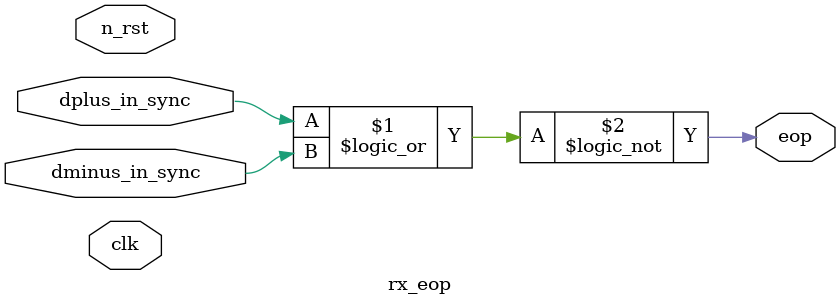
<source format=sv>


module rx_eop
(
	input wire clk,
	input wire n_rst,
	input wire dplus_in_sync,
	input wire dminus_in_sync,
	output reg eop
);

	assign eop = !(dplus_in_sync || dminus_in_sync); 

endmodule
</source>
